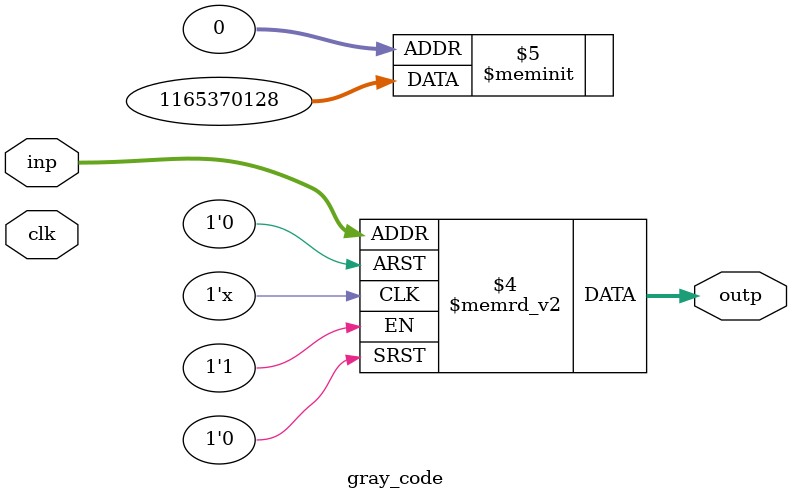
<source format=v>
`timescale 1ns / 1ps
module gray_code  ( clk,inp ,outp);
input [2:0]inp; input clk; output reg[3:0]outp;
always@(*)
begin
case(inp)
 0:outp=0;     
 1:outp=1;   
 2:outp=3;    
 3:outp=2;   
 4:outp=6;     
 5:outp=7;      
 6:outp=5;      
 7:outp=4;      
 endcase
end
endmodule
  
</source>
